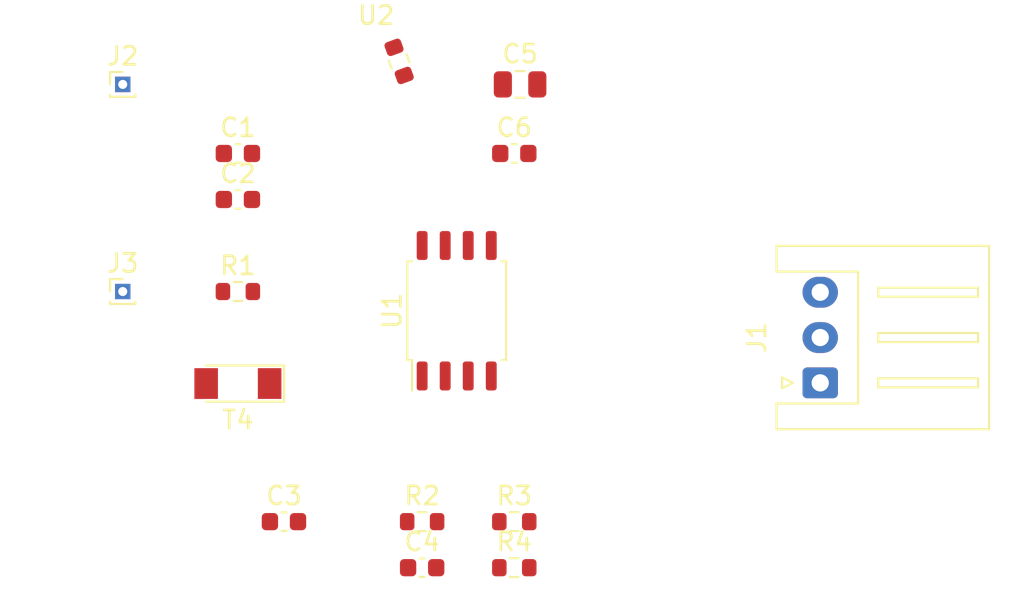
<source format=kicad_pcb>
(kicad_pcb (version 20211014) (generator pcbnew)
  (layers (0 "F.Cu" signal) (31 "B.Cu" signal) (34 "B.Paste" user) (35 "F.Paste" user) (36 "B.SilkS" user "B.Silkscreen") (37 "F.SilkS" user "F.Silkscreen") (38 "B.Mask" user) (39 "F.Mask" user) (44 "Edge.Cuts" user))
  (net 0 "")
  (net 4 "Earth")
  (net 5 "+5V")
  (net 6 "Net-(U1-Pad6)")
  (net 7 "Net-(J1-Pad1)")
  (net 8 "Net-(C5-Pad1)")
  (net 9 "Net-(T4-Pad2)")
  (net 10 "Net-(U1-Pad3)")
  (net 11 "Net-(U1-Pad7)")
  (footprint "Diode_SMD:D_MiniMELF" (layer "F.Cu") (at 109.22 91.44 180)
    (fp_text reference "T4" (at 0 -2) (layer "F.SilkS"))
    (fp_text value "D")
    (fp_line (start -2.55 -1) (end -2.55 1) (layer "F.SilkS") (width 0.12))
    (fp_line (start -2.55 1) (end 1.75 1) (layer "F.SilkS") (width 0.12))
    (fp_line (start 1.75 -1) (end -2.55 -1) (layer "F.SilkS") (width 0.12))
    (pad "1" smd rect (at -1.75 0 180) (size 1.3 1.7) (layers "F.Cu" "F.Paste" "F.Mask") (net 7 "Net-(J1-Pad1)"))
    (pad "2" smd rect (at 1.75 0 180) (size 1.3 1.7) (layers "F.Cu" "F.Paste" "F.Mask") (net 9 "Net-(T4-Pad2)"))
  )
  (footprint "Capacitor_SMD:C_0603_1608Metric" (layer "F.Cu") (at 119.38 101.6)
    (fp_text reference "C4" (at 0 -1.43) (layer "F.SilkS"))
    (fp_text value "C")
    (fp_line (start -0.14058 -0.51) (end 0.14058 -0.51) (layer "F.SilkS") (width 0.12))
    (fp_line (start -0.14058 0.51) (end 0.14058 0.51) (layer "F.SilkS") (width 0.12))
    (pad "1" smd roundrect (at -0.775 0) (size 0.9 0.95) (layers "F.Cu" "F.Paste" "F.Mask") (net 4 "Earth"))
    (pad "2" smd roundrect (at 0.775 0) (size 0.9 0.95) (layers "F.Cu" "F.Paste" "F.Mask") (net 7 "Net-(J1-Pad1)"))
  )
  (footprint "Resistor_SMD:R_0603_1608Metric" (layer "F.Cu") (at 118.11 73.66 -70)
    (fp_text reference "U2" (at -2.821185 0.324678) (layer "F.SilkS"))
    (fp_text value "0")
    (fp_line (start -0.237258 -0.5225) (end 0.237258 -0.5225) (layer "F.SilkS") (width 0.12))
    (fp_line (start -0.237258 0.5225) (end 0.237258 0.5225) (layer "F.SilkS") (width 0.12))
    (pad "1" smd roundrect (at -0.825 0 290) (size 0.8 0.95) (layers "F.Cu" "F.Paste" "F.Mask") (net 8 "Net-(C5-Pad1)"))
    (pad "2" smd roundrect (at 0.825 0 290) (size 0.8 0.95) (layers "F.Cu" "F.Paste" "F.Mask") (net 5 "+5V"))
  )
  (footprint "Package_SO:SOIC-8_5.23x5.23mm_P1.27mm" (layer "F.Cu") (at 121.285 87.42 90)
    (fp_text reference "U1" (at 0 -3.56 90) (layer "F.SilkS"))
    (fp_text value "NE555P")
    (fp_line (start 0 2.725) (end -2.725 2.725) (layer "F.SilkS") (width 0.12))
    (fp_line (start -2.725 2.725) (end -2.725 2.465) (layer "F.SilkS") (width 0.12))
    (fp_line (start 0 -2.725) (end 2.725 -2.725) (layer "F.SilkS") (width 0.12))
    (fp_line (start -2.725 -2.725) (end -2.725 -2.465) (layer "F.SilkS") (width 0.12))
    (fp_line (start 2.725 -2.725) (end 2.725 -2.465) (layer "F.SilkS") (width 0.12))
    (fp_line (start -2.725 -2.465) (end -4.4 -2.465) (layer "F.SilkS") (width 0.12))
    (fp_line (start 0 2.725) (end 2.725 2.725) (layer "F.SilkS") (width 0.12))
    (fp_line (start 0 -2.725) (end -2.725 -2.725) (layer "F.SilkS") (width 0.12))
    (fp_line (start 2.725 2.725) (end 2.725 2.465) (layer "F.SilkS") (width 0.12))
    (pad "1" smd roundrect (at -3.6 -1.905 90) (size 1.6 0.6) (layers "F.Cu" "F.Paste" "F.Mask") (net 4 "Earth"))
    (pad "2" smd roundrect (at -3.6 -0.635 90) (size 1.6 0.6) (layers "F.Cu" "F.Paste" "F.Mask") (net 6 "Net-(U1-Pad6)"))
    (pad "3" smd roundrect (at -3.6 0.635 90) (size 1.6 0.6) (layers "F.Cu" "F.Paste" "F.Mask") (net 10 "Net-(U1-Pad3)"))
    (pad "4" smd roundrect (at -3.6 1.905 90) (size 1.6 0.6) (layers "F.Cu" "F.Paste" "F.Mask"))
    (pad "5" smd roundrect (at 3.6 1.905 90) (size 1.6 0.6) (layers "F.Cu" "F.Paste" "F.Mask"))
    (pad "6" smd roundrect (at 3.6 0.635 90) (size 1.6 0.6) (layers "F.Cu" "F.Paste" "F.Mask") (net 6 "Net-(U1-Pad6)"))
    (pad "7" smd roundrect (at 3.6 -0.635 90) (size 1.6 0.6) (layers "F.Cu" "F.Paste" "F.Mask") (net 11 "Net-(U1-Pad7)"))
    (pad "8" smd roundrect (at 3.6 -1.905 90) (size 1.6 0.6) (layers "F.Cu" "F.Paste" "F.Mask") (net 5 "+5V"))
  )
  (footprint "Resistor_SMD:R_0603_1608Metric" (layer "F.Cu") (at 124.46 101.6)
    (fp_text reference "R4" (at 0 -1.43) (layer "F.SilkS"))
    (fp_text value "1Meg")
    (fp_line (start -0.237258 0.5225) (end 0.237258 0.5225) (layer "F.SilkS") (width 0.12))
    (fp_line (start -0.237258 -0.5225) (end 0.237258 -0.5225) (layer "F.SilkS") (width 0.12))
    (pad "1" smd roundrect (at -0.825 0) (size 0.8 0.95) (layers "F.Cu" "F.Paste" "F.Mask") (net 7 "Net-(J1-Pad1)"))
    (pad "2" smd roundrect (at 0.825 0) (size 0.8 0.95) (layers "F.Cu" "F.Paste" "F.Mask") (net 4 "Earth"))
  )
  (footprint "Capacitor_SMD:C_0603_1608Metric" (layer "F.Cu") (at 109.22 81.28)
    (fp_text reference "C2" (at 0 -1.43) (layer "F.SilkS"))
    (fp_text value "C")
    (fp_line (start -0.14058 0.51) (end 0.14058 0.51) (layer "F.SilkS") (width 0.12))
    (fp_line (start -0.14058 -0.51) (end 0.14058 -0.51) (layer "F.SilkS") (width 0.12))
    (pad "1" smd roundrect (at -0.775 0) (size 0.9 0.95) (layers "F.Cu" "F.Paste" "F.Mask") (net 4 "Earth"))
    (pad "2" smd roundrect (at 0.775 0) (size 0.9 0.95) (layers "F.Cu" "F.Paste" "F.Mask") (net 5 "+5V"))
  )
  (footprint "Connector_PinHeader_1.00mm:PinHeader_1x01_P1.00mm_Vertical" (layer "F.Cu") (at 102.87 86.36)
    (fp_text reference "J3" (at 0 -1.56) (layer "F.SilkS"))
    (fp_text value "Conn_01x01_Male")
    (fp_line (start -0.695 0) (end -0.695 -0.685) (layer "F.SilkS") (width 0.12))
    (fp_line (start -0.695 0.685) (end 0.695 0.685) (layer "F.SilkS") (width 0.12))
    (fp_line (start -0.695 -0.685) (end 0 -0.685) (layer "F.SilkS") (width 0.12))
    (fp_line (start 0.695 0.685) (end 0.695 0.56) (layer "F.SilkS") (width 0.12))
    (fp_line (start 0.608276 0.685) (end 0.695 0.685) (layer "F.SilkS") (width 0.12))
    (fp_line (start -0.695 0.685) (end -0.695 0.56) (layer "F.SilkS") (width 0.12))
    (fp_line (start -0.695 0.685) (end -0.608276 0.685) (layer "F.SilkS") (width 0.12))
    (pad "1" thru_hole rect (at 0 0) (size 0.85 0.85) (drill 0.5) (layers *.Cu *.Mask))
  )
  (footprint "Connector_JST:JST_XH_S3B-XH-A_1x03_P2.50mm_Horizontal" (layer "F.Cu") (at 141.33 91.4 90)
    (fp_text reference "J1" (at 2.5 -3.5 90) (layer "F.SilkS"))
    (fp_text value "Conn_01x03_Male")
    (fp_line (start 5.25 8.7) (end 5.25 3.2) (layer "F.SilkS") (width 0.12))
    (fp_line (start 0.3 -2.1) (end 0 -1.5) (layer "F.SilkS") (width 0.12))
    (fp_line (start -1.14 -2.41) (end -1.14 2.09) (layer "F.SilkS") (width 0.12))
    (fp_line (start 6.14 2.09) (end 2.5 2.09) (layer "F.SilkS") (width 0.12))
    (fp_line (start -0.25 8.7) (end 0.25 8.7) (layer "F.SilkS") (width 0.12))
    (fp_line (start 6.14 -2.41) (end 6.14 2.09) (layer "F.SilkS") (width 0.12))
    (fp_line (start 4.75 8.7) (end 5.25 8.7) (layer "F.SilkS") (width 0.12))
    (fp_line (start 7.56 9.31) (end 7.56 -2.41) (layer "F.SilkS") (width 0.12))
    (fp_line (start 0.25 8.7) (end 0.25 3.2) (layer "F.SilkS") (width 0.12))
    (fp_line (start 2.75 3.2) (end 2.25 3.2) (layer "F.SilkS") (width 0.12))
    (fp_line (start -2.56 9.31) (end -2.56 -2.41) (layer "F.SilkS") (width 0.12))
    (fp_line (start 5.25 3.2) (end 4.75 3.2) (layer "F.SilkS") (width 0.12))
    (fp_line (start -2.56 -2.41) (end -1.14 -2.41) (layer "F.SilkS") (width 0.12))
    (fp_line (start 2.75 8.7) (end 2.75 3.2) (layer "F.SilkS") (width 0.12))
    (fp_line (start -0.3 -2.1) (end 0.3 -2.1) (layer "F.SilkS") (width 0.12))
    (fp_line (start 2.25 8.7) (end 2.75 8.7) (layer "F.SilkS") (width 0.12))
    (fp_line (start 4.75 3.2) (end 4.75 8.7) (layer "F.SilkS") (width 0.12))
    (fp_line (start 2.25 3.2) (end 2.25 8.7) (layer "F.SilkS") (width 0.12))
    (fp_line (start -1.14 2.09) (end 2.5 2.09) (layer "F.SilkS") (width 0.12))
    (fp_line (start 7.56 -2.41) (end 6.14 -2.41) (layer "F.SilkS") (width 0.12))
    (fp_line (start -0.25 3.2) (end -0.25 8.7) (layer "F.SilkS") (width 0.12))
    (fp_line (start 2.5 9.31) (end -2.56 9.31) (layer "F.SilkS") (width 0.12))
    (fp_line (start 0 -1.5) (end -0.3 -2.1) (layer "F.SilkS") (width 0.12))
    (fp_line (start 2.5 9.31) (end 7.56 9.31) (layer "F.SilkS") (width 0.12))
    (fp_line (start 0.25 3.2) (end -0.25 3.2) (layer "F.SilkS") (width 0.12))
    (pad "1" thru_hole roundrect (at 0 0 90) (size 1.7 1.95) (drill 0.95) (layers *.Cu *.Mask) (roundrect_rratio 0.147059) (net 7 "Net-(J1-Pad1)"))
    (pad "2" thru_hole oval (at 2.5 0 90) (size 1.7 1.95) (drill 0.95) (layers *.Cu *.Mask) (net 5 "+5V"))
    (pad "3" thru_hole oval (at 5 0 90) (size 1.7 1.95) (drill 0.95) (layers *.Cu *.Mask) (net 4 "Earth"))
  )
  (footprint "Capacitor_SMD:C_0603_1608Metric" (layer "F.Cu") (at 124.46 78.74)
    (fp_text reference "C6" (at 0 -1.43) (layer "F.SilkS"))
    (fp_text value "C")
    (fp_line (start -0.14058 0.51) (end 0.14058 0.51) (layer "F.SilkS") (width 0.12))
    (fp_line (start -0.14058 -0.51) (end 0.14058 -0.51) (layer "F.SilkS") (width 0.12))
    (pad "1" smd roundrect (at -0.775 0) (size 0.9 0.95) (layers "F.Cu" "F.Paste" "F.Mask") (net 5 "+5V"))
    (pad "2" smd roundrect (at 0.775 0) (size 0.9 0.95) (layers "F.Cu" "F.Paste" "F.Mask") (net 4 "Earth"))
  )
  (footprint "Capacitor_SMD:C_0603_1608Metric" (layer "F.Cu") (at 109.22 78.74)
    (fp_text reference "C1" (at 0 -1.43) (layer "F.SilkS"))
    (fp_text value "C")
    (fp_line (start -0.14058 0.51) (end 0.14058 0.51) (layer "F.SilkS") (width 0.12))
    (fp_line (start -0.14058 -0.51) (end 0.14058 -0.51) (layer "F.SilkS") (width 0.12))
    (pad "1" smd roundrect (at -0.775 0) (size 0.9 0.95) (layers "F.Cu" "F.Paste" "F.Mask") (net 4 "Earth"))
    (pad "2" smd roundrect (at 0.775 0) (size 0.9 0.95) (layers "F.Cu" "F.Paste" "F.Mask") (net 5 "+5V"))
  )
  (footprint "Resistor_SMD:R_0603_1608Metric" (layer "F.Cu") (at 109.22 86.36)
    (fp_text reference "R1" (at 0 -1.43) (layer "F.SilkS"))
    (fp_text value "1k")
    (fp_line (start -0.237258 -0.5225) (end 0.237258 -0.5225) (layer "F.SilkS") (width 0.12))
    (fp_line (start -0.237258 0.5225) (end 0.237258 0.5225) (layer "F.SilkS") (width 0.12))
    (pad "1" smd roundrect (at -0.825 0) (size 0.8 0.95) (layers "F.Cu" "F.Paste" "F.Mask") (net 9 "Net-(T4-Pad2)"))
    (pad "2" smd roundrect (at 0.825 0) (size 0.8 0.95) (layers "F.Cu" "F.Paste" "F.Mask") (net 10 "Net-(U1-Pad3)"))
  )
  (footprint "Connector_PinHeader_1.00mm:PinHeader_1x01_P1.00mm_Vertical" (layer "F.Cu") (at 102.87 74.93)
    (fp_text reference "J2" (at 0 -1.56) (layer "F.SilkS"))
    (fp_text value "Conn_01x01_Male")
    (fp_line (start -0.695 0.685) (end 0.695 0.685) (layer "F.SilkS") (width 0.12))
    (fp_line (start -0.695 0.685) (end -0.608276 0.685) (layer "F.SilkS") (width 0.12))
    (fp_line (start -0.695 0) (end -0.695 -0.685) (layer "F.SilkS") (width 0.12))
    (fp_line (start 0.695 0.685) (end 0.695 0.56) (layer "F.SilkS") (width 0.12))
    (fp_line (start 0.608276 0.685) (end 0.695 0.685) (layer "F.SilkS") (width 0.12))
    (fp_line (start -0.695 -0.685) (end 0 -0.685) (layer "F.SilkS") (width 0.12))
    (fp_line (start -0.695 0.685) (end -0.695 0.56) (layer "F.SilkS") (width 0.12))
    (pad "1" thru_hole rect (at 0 0) (size 0.85 0.85) (drill 0.5) (layers *.Cu *.Mask) (net 9 "Net-(T4-Pad2)"))
  )
  (footprint "Capacitor_SMD:C_0805_2012Metric" (layer "F.Cu") (at 124.78 74.93)
    (fp_text reference "C5" (at 0 -1.68) (layer "F.SilkS"))
    (fp_text value "C")
    (fp_line (start -0.261252 0.735) (end 0.261252 0.735) (layer "F.SilkS") (width 0.12))
    (fp_line (start -0.261252 -0.735) (end 0.261252 -0.735) (layer "F.SilkS") (width 0.12))
    (pad "1" smd roundrect (at -0.95 0) (size 1 1.45) (layers "F.Cu" "F.Paste" "F.Mask") (net 8 "Net-(C5-Pad1)"))
    (pad "2" smd roundrect (at 0.95 0) (size 1 1.45) (layers "F.Cu" "F.Paste" "F.Mask") (net 4 "Earth"))
  )
  (footprint "Resistor_SMD:R_0603_1608Metric" (layer "F.Cu") (at 119.38 99.06)
    (fp_text reference "R2" (at 0 -1.43) (layer "F.SilkS"))
    (fp_text value "1k6")
    (fp_line (start -0.237258 0.5225) (end 0.237258 0.5225) (layer "F.SilkS") (width 0.12))
    (fp_line (start -0.237258 -0.5225) (end 0.237258 -0.5225) (layer "F.SilkS") (width 0.12))
    (pad "1" smd roundrect (at -0.825 0) (size 0.8 0.95) (layers "F.Cu" "F.Paste" "F.Mask") (net 6 "Net-(U1-Pad6)"))
    (pad "2" smd roundrect (at 0.825 0) (size 0.8 0.95) (layers "F.Cu" "F.Paste" "F.Mask") (net 11 "Net-(U1-Pad7)"))
  )
  (footprint "Resistor_SMD:R_0603_1608Metric" (layer "F.Cu") (at 124.46 99.06)
    (fp_text reference "R3" (at 0 -1.43) (layer "F.SilkS"))
    (fp_text value "330")
    (fp_line (start -0.237258 -0.5225) (end 0.237258 -0.5225) (layer "F.SilkS") (width 0.12))
    (fp_line (start -0.237258 0.5225) (end 0.237258 0.5225) (layer "F.SilkS") (width 0.12))
    (pad "1" smd roundrect (at -0.825 0) (size 0.8 0.95) (layers "F.Cu" "F.Paste" "F.Mask") (net 11 "Net-(U1-Pad7)"))
    (pad "2" smd roundrect (at 0.825 0) (size 0.8 0.95) (layers "F.Cu" "F.Paste" "F.Mask") (net 5 "+5V"))
  )
  (footprint "Capacitor_SMD:C_0603_1608Metric" (layer "F.Cu") (at 111.76 99.06)
    (fp_text reference "C3" (at 0 -1.43) (layer "F.SilkS"))
    (fp_text value "C")
    (fp_line (start -0.14058 -0.51) (end 0.14058 -0.51) (layer "F.SilkS") (width 0.12))
    (fp_line (start -0.14058 0.51) (end 0.14058 0.51) (layer "F.SilkS") (width 0.12))
    (pad "1" smd roundrect (at -0.775 0) (size 0.9 0.95) (layers "F.Cu" "F.Paste" "F.Mask") (net 4 "Earth"))
    (pad "2" smd roundrect (at 0.775 0) (size 0.9 0.95) (layers "F.Cu" "F.Paste" "F.Mask") (net 6 "Net-(U1-Pad6)"))
  )
)
</source>
